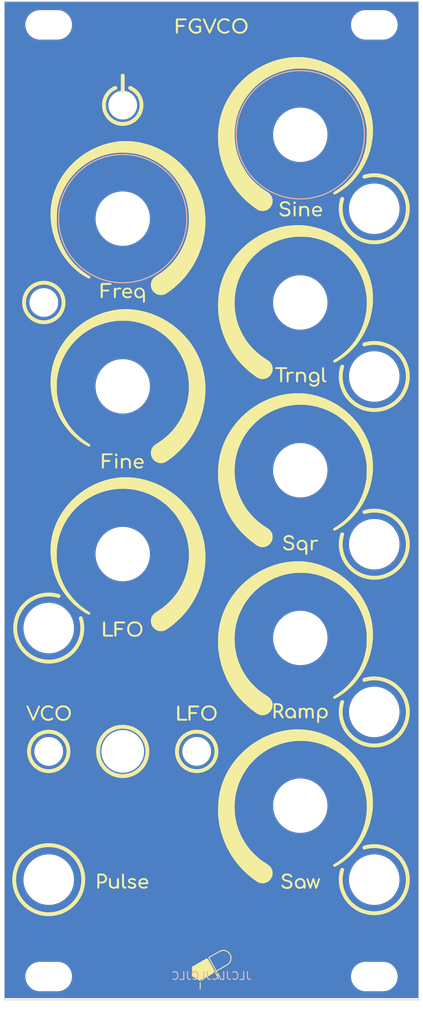
<source format=kicad_pcb>
(kicad_pcb (version 20211014) (generator pcbnew)
  (layers (0 "F.Cu" signal) (31 "B.Cu" signal) (34 "B.Paste" user) (35 "F.Paste" user) (36 "B.SilkS" user "B.Silkscreen") (37 "F.SilkS" user "F.Silkscreen") (38 "B.Mask" user) (39 "F.Mask" user) (44 "Edge.Cuts" user))
  (net 0 "")
  (footprint "FG-VCO-(panel):panel silkscreen" (layer "F.Cu") (at 26.701 53.42)
    (fp_text reference "G***" (at 11.398 -3.255) (layer "F.SilkS") (effects (font (size 1.524 1.524) (thickness 0.3))))
    (fp_text value "LOGO" hide)
  )
  (footprint "MountingHole:MountingHole_6.5mm" (layer "F.Cu") (at 38.1 6.35)
    (fp_text reference "H4" (at 0.005 -0.115) (layer "F.SilkS"))
    (fp_text value "knob")
    (pad "" np_thru_hole circle locked (at 0 0) (size 6.5 6.5) (drill 6.5) (layers *.Cu *.Mask))
  )
  (footprint "MountingHole:MountingHole_6mm" (layer "F.Cu") (at 5.715 102.235)
    (fp_text reference "H17" (at 0 -0.115) (layer "F.SilkS"))
    (fp_text value "jack")
    (pad "" np_thru_hole circle locked (at 0 0) (size 6 6) (drill 6) (layers *.Cu *.Mask))
  )
  (footprint "MountingHole:MountingHole_6mm" (layer "F.Cu") (at 47.625 80.645)
    (fp_text reference "H14" (at 0 -0.115) (layer "F.SilkS"))
    (fp_text value "jack")
    (pad "" np_thru_hole circle locked (at 0 0) (size 6 6) (drill 6) (layers *.Cu *.Mask))
  )
  (footprint "MountingHole:MountingHole_6mm" (layer "F.Cu") (at 5.715 69.85)
    (fp_text reference "H19" (at 0.005 -0.115) (layer "F.SilkS"))
    (fp_text value "jack")
    (pad "" np_thru_hole circle locked (at 0 0) (size 6 6) (drill 6) (layers *.Cu *.Mask))
  )
  (footprint "MountingHole:MountingHole_6mm" (layer "F.Cu") (at 47.625 102.235)
    (fp_text reference "H15" (at 0.005 -0.115) (layer "F.SilkS"))
    (fp_text value "jack")
    (pad "" np_thru_hole circle locked (at 0 0) (size 6 6) (drill 6) (layers *.Cu *.Mask))
  )
  (footprint "MountingHole:MountingHole_6mm" (layer "F.Cu") (at 47.625 15.875)
    (fp_text reference "H13" (at 0 -0.115) (layer "F.SilkS"))
    (fp_text value "jack")
    (pad "" np_thru_hole circle locked (at 0 0) (size 6 6) (drill 6) (layers *.Cu *.Mask))
  )
  (footprint "MountingHole:MountingHole_6.5mm" (layer "F.Cu") (at 15.24 17.145)
    (fp_text reference "H5" (at 0.005 -0.115) (layer "F.SilkS"))
    (fp_text value "knob")
    (pad "" np_thru_hole circle locked (at 0 0) (size 6.5 6.5) (drill 6.5) (layers *.Cu *.Mask))
  )
  (footprint "MountingHole:MountingHole_6.5mm" (layer "F.Cu") (at 38.1 71.12)
    (fp_text reference "H6" (at 0 -0.115) (layer "F.SilkS"))
    (fp_text value "knob")
    (pad "" np_thru_hole circle locked (at 0 0) (size 6.5 6.5) (drill 6.5) (layers *.Cu *.Mask))
  )
  (footprint "MountingHole:MountingHole_3.2mm_M3" (layer "F.Cu") (at 5.715 85.725)
    (fp_text reference "H11" (at 0 -0.115) (layer "F.SilkS"))
    (fp_text value "led")
    (pad "" np_thru_hole circle locked (at 0 0) (size 3.2 3.2) (drill 3.2) (layers *.Cu *.Mask))
  )
  (footprint "MountingHole:MountingHole_6.5mm" (layer "F.Cu") (at 38.1 27.94)
    (fp_text reference "H1" (at 0.005 -0.115) (layer "F.SilkS"))
    (fp_text value "knob")
    (pad "" np_thru_hole circle locked (at 0 0) (size 6.5 6.5) (drill 6.5) (layers *.Cu *.Mask))
  )
  (footprint "MountingHole:MountingHole_6.5mm" (layer "F.Cu") (at 15.24 38.735)
    (fp_text reference "H3" (at 0.005 -0.115) (layer "F.SilkS"))
    (fp_text value "knob")
    (pad "" np_thru_hole circle locked (at 0 0) (size 6.5 6.5) (drill 6.5) (layers *.Cu *.Mask))
  )
  (footprint "MountingHole:MountingHole_5mm" (layer "F.Cu") (at 15.24 85.725)
    (fp_text reference "H20" (at 0 -0.11) (layer "F.SilkS"))
    (fp_text value "switch")
    (pad "" np_thru_hole circle locked (at 0 0) (size 5 5) (drill 5) (layers *.Cu *.Mask))
  )
  (footprint "MountingHole:MountingHole_6mm" (layer "F.Cu") (at 47.625 37.465)
    (fp_text reference "H18" (at 0.005 -0.115) (layer "F.SilkS"))
    (fp_text value "jack")
    (pad "" np_thru_hole circle locked (at 0 0) (size 6 6) (drill 6) (layers *.Cu *.Mask))
  )
  (footprint "Custom Footprints:mountingSlot_D3.2mm_L5.5mm" (layer "F.Cu") (at 47.63 114.705)
    (fp_text reference "H24" (at 0.005 0.175 unlocked) (layer "F.SilkS"))
    (fp_text value "screw")
    (pad "" np_thru_hole oval locked (at 0 0 180) (size 5.5 3.2) (drill oval 5.5 3.3) (layers F&B.Cu *.Mask))
  )
  (footprint "Custom Footprints:mountingSlot_D3.2mm_L5.5mm" (layer "F.Cu") (at 5.71 -7.795)
    (fp_text reference "H23" (at 0.005 0.175 unlocked) (layer "F.SilkS"))
    (fp_text value "screw")
    (pad "" np_thru_hole oval locked (at 0 0 180) (size 5.5 3.2) (drill oval 5.5 3.3) (layers F&B.Cu *.Mask))
  )
  (footprint "MountingHole:MountingHole_3.2mm_M3" (layer "F.Cu") (at 15.24 2.54)
    (fp_text reference "H12" (at 0 -0.115) (layer "F.SilkS"))
    (fp_text value "led")
    (pad "" np_thru_hole circle locked (at 0 0) (size 3.2 3.2) (drill 3.2) (layers *.Cu *.Mask))
  )
  (footprint "MountingHole:MountingHole_6mm" (layer "F.Cu") (at 47.625 59.055)
    (fp_text reference "H16" (at 0.005 -0.115) (layer "F.SilkS"))
    (fp_text value "jack")
    (pad "" np_thru_hole circle locked (at 0 0) (size 6 6) (drill 6) (layers *.Cu *.Mask))
  )
  (footprint "MountingHole:MountingHole_3.2mm_M3" (layer "F.Cu") (at 5.08 27.94)
    (fp_text reference "H10" (at 0 -0.115) (layer "F.SilkS"))
    (fp_text value "led")
    (pad "" np_thru_hole circle locked (at 0 0) (size 3.2 3.2) (drill 3.2) (layers *.Cu *.Mask))
  )
  (footprint "MountingHole:MountingHole_6.5mm" (layer "F.Cu") (at 38.1 92.71)
    (fp_text reference "H2" (at 0.005 -0.115) (layer "F.SilkS"))
    (fp_text value "knob")
    (pad "" np_thru_hole circle locked (at 0 0) (size 6.5 6.5) (drill 6.5) (layers *.Cu *.Mask))
  )
  (footprint "Custom Footprints:mountingSlot_D3.2mm_L5.5mm" (layer "F.Cu") (at 5.71 114.705)
    (fp_text reference "H21" (at 0.005 0.175 unlocked) (layer "F.SilkS"))
    (fp_text value "screw")
    (pad "" np_thru_hole oval locked (at 0 0 180) (size 5.5 3.2) (drill oval 5.5 3.3) (layers F&B.Cu *.Mask))
  )
  (footprint "Custom Footprints:mountingSlot_D3.2mm_L5.5mm" (layer "F.Cu") (at 47.63 -7.795)
    (fp_text reference "H22" (at 0.005 0.175 unlocked) (layer "F.SilkS"))
    (fp_text value "screw")
    (pad "" np_thru_hole oval locked (at 0 0 180) (size 5.5 3.2) (drill oval 5.5 3.3) (layers F&B.Cu *.Mask))
  )
  (footprint "MountingHole:MountingHole_3.2mm_M3" (layer "F.Cu") (at 24.765 85.725)
    (fp_text reference "H9" (at 0 0.2075) (layer "F.SilkS"))
    (fp_text value "led")
    (pad "" np_thru_hole circle locked (at 0 0) (size 3.2 3.2) (drill 3.2) (layers *.Cu *.Mask))
  )
  (footprint "MountingHole:MountingHole_6.5mm" (layer "F.Cu") (at 38.1 49.53)
    (fp_text reference "H8" (at 0.005 -0.115) (layer "F.SilkS"))
    (fp_text value "knob")
    (pad "" np_thru_hole circle locked (at 0 0) (size 6.5 6.5) (drill 6.5) (layers *.Cu *.Mask))
  )
  (footprint "MountingHole:MountingHole_6.5mm" (layer "F.Cu") (at 15.24 60.325)
    (fp_text reference "H7" (at 0.005 -0.115) (layer "F.SilkS"))
    (fp_text value "knob")
    (pad "" np_thru_hole circle locked (at 0 0) (size 6.5 6.5) (drill 6.5) (layers *.Cu *.Mask))
  )
  (gr_circle locked (center 38.1 6.35) (end 29.845 6.35) (layer "B.SilkS") (width 0.15) (fill none))
  (gr_circle locked (center 15.24 17.145) (end 6.985 17.145) (layer "B.SilkS") (width 0.15) (fill none))
  (gr_circle locked (center 15.24 85.725) (end 18.415 85.725) (layer "F.SilkS") (width 0.5) (fill none))
  (gr_arc locked (start 46.355315 76.517813) (mid 50.678342 83.698339) (end 43.497816 79.375312) (layer "F.SilkS") (width 0.5))
  (gr_arc locked (start 46.355315 98.107813) (mid 50.678342 105.288339) (end 43.497816 100.965312) (layer "F.SilkS") (width 0.5))
  (gr_arc locked (start 46.355315 54.927813) (mid 50.678342 62.108339) (end 43.497816 57.785312) (layer "F.SilkS") (width 0.5))
  (gr_arc locked (start 46.355 11.747501) (mid 50.678027 18.928027) (end 43.497501 14.605) (layer "F.SilkS") (width 0.5))
  (gr_arc locked (start 16.1925 0.317502) (mid 15.24 4.95772) (end 14.2875 0.317502) (layer "F.SilkS") (width 0.5))
  (gr_arc locked (start 9.842499 68.580315) (mid 2.661973 72.903342) (end 6.985 65.722816) (layer "F.SilkS") (width 0.5))
  (gr_circle locked (center 5.715 85.725) (end 8.255 85.725) (layer "F.SilkS") (width 0.5) (fill none))
  (gr_circle locked (center 24.765 85.725) (end 27.305 85.725) (layer "F.SilkS") (width 0.5) (fill none))
  (gr_line locked (start 15.24 2.539324) (end 15.24 -1.27) (layer "F.SilkS") (width 0.5))
  (gr_circle locked (center 5.08 27.94) (end 7.62 27.94) (layer "F.SilkS") (width 0.5) (fill none))
  (gr_arc locked (start 46.355315 33.337813) (mid 50.678342 40.518339) (end 43.497816 36.195312) (layer "F.SilkS") (width 0.5))
  (gr_circle locked (center 5.715 102.235) (end 10.16 102.235) (layer "F.SilkS") (width 0.5) (fill none))
  (gr_rect locked (start 0 -10.795) (end 53.34 117.705) (layer "Edge.Cuts") (width 0.1) (fill none))
  (gr_text "JLCJLCJLCJLC" (at 26.67 114.6175) (layer "B.SilkS") (effects (font (size 1 1)) (justify mirror)))
  (zone locked (net 0) (net_name "") (layers F&B.Cu) (connect_pads (clearance 0)) (min_thickness 0.2) (fill yes (thermal_gap 0.508) (thermal_bridge_width 0.508))
    (polygon (pts (xy 53.34 117.475) (xy 0 117.475) (xy 0 -10.795) (xy 53.34 -10.795)))
  )
)
</source>
